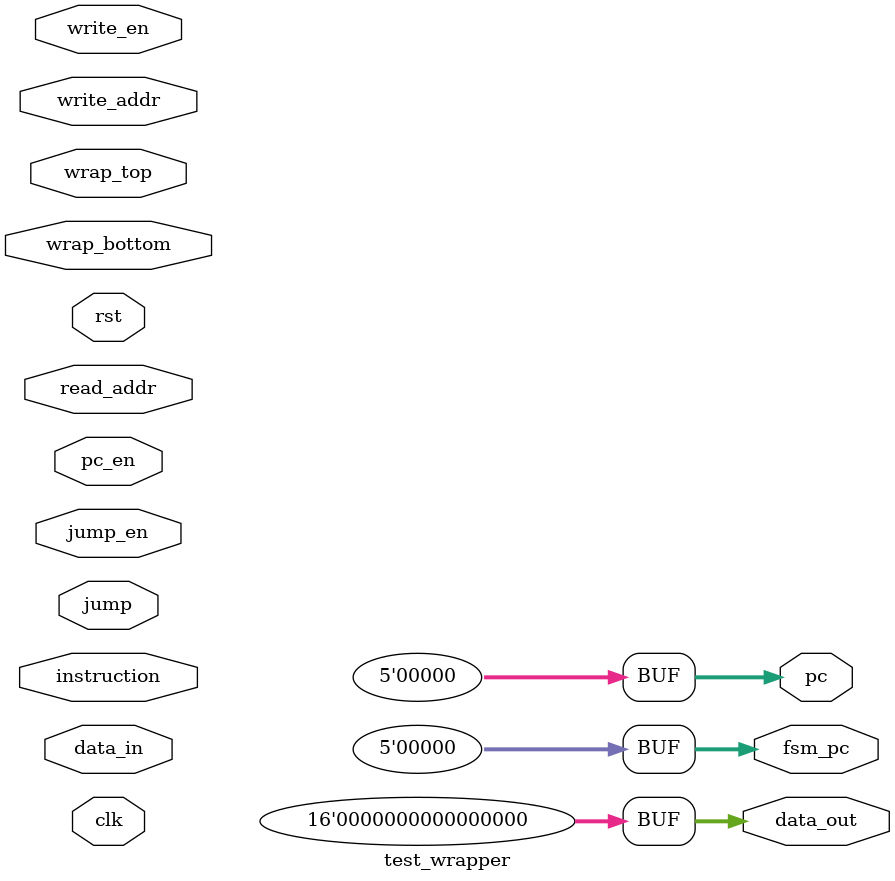
<source format=v>
module test_wrapper(
    input clk,
    input rst,
    input [4:0] wrap_top,
    input [4:0] wrap_bottom,
    input [4:0] jump,
    input jump_en,
    input pc_en,
    output reg [4:0] pc,
    input [15:0] data_in,
    input [4:0] write_addr,
    input write_en,
    input [4:0] read_addr,
    output reg [15:0] data_out,
    input [15:0] instruction,
    output reg[4:0] fsm_pc
    );

    initial begin
        pc = 5'b0;
        fsm_pc = 5'b0;
        data_out = 16'b0;
    end

    program_counter uut_program_counter(
        .clk(clk),
        .rst(rst),
        .wrap_top(wrap_top),
        .wrap_bottom(wrap_bottom),
        .jump(jump),
        .jump_en(jump_en),
        .pc_en(pc_en),
        .pc(pc)
    );

    instruction_regfile uut_instruction_regfile(
        .clk(clk),
        .rst(rst),
        .data_in(data_in),
        .write_addr(write_addr),
        .write_en(write_en),
        .read_addr(read_addr),
        .data_out(data_out)
    );

    fsm uut_fsm(
        .clk(clk),
        .rst(rst),
        .instruction(instruction),
        .pc(fsm_pc)
    );

endmodule

</source>
